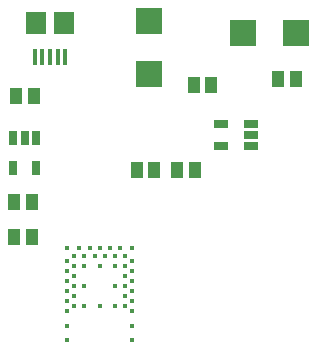
<source format=gtp>
G04*
G04 #@! TF.GenerationSoftware,Altium Limited,Altium Designer,18.0.11 (651)*
G04*
G04 Layer_Color=8421504*
%FSLAX25Y25*%
%MOIN*%
G70*
G01*
G75*
%ADD17R,0.01575X0.01575*%
%ADD18R,0.04331X0.05512*%
%ADD19R,0.02559X0.04528*%
%ADD20R,0.04528X0.02559*%
%ADD21R,0.09055X0.09055*%
%ADD22R,0.09055X0.09055*%
%ADD23R,0.01575X0.05315*%
%ADD24R,0.07087X0.07480*%
D17*
X306300Y244807D02*
D03*
X301280D02*
D03*
X314666Y261539D02*
D03*
Y258193D02*
D03*
Y254846D02*
D03*
Y251500D02*
D03*
Y248154D02*
D03*
Y244807D02*
D03*
X317225Y264098D02*
D03*
Y259866D02*
D03*
Y256520D02*
D03*
Y253173D02*
D03*
Y249827D02*
D03*
Y246480D02*
D03*
Y243134D02*
D03*
Y238311D02*
D03*
Y233488D02*
D03*
X312993Y264098D02*
D03*
X311320Y261539D02*
D03*
X307973D02*
D03*
X304627D02*
D03*
X301280D02*
D03*
X297934D02*
D03*
X295375Y259866D02*
D03*
Y256520D02*
D03*
X297934Y254846D02*
D03*
X309646Y264098D02*
D03*
X306300D02*
D03*
X302954D02*
D03*
X299607D02*
D03*
X295375D02*
D03*
X297934Y258193D02*
D03*
X295375Y253173D02*
D03*
Y249827D02*
D03*
Y246480D02*
D03*
Y243134D02*
D03*
Y233488D02*
D03*
X311320Y251500D02*
D03*
X306300Y258193D02*
D03*
X301280Y251500D02*
D03*
X297934D02*
D03*
Y248154D02*
D03*
Y244807D02*
D03*
X295375Y238311D02*
D03*
X311320Y244807D02*
D03*
Y258193D02*
D03*
X301280D02*
D03*
D18*
X283706Y268000D02*
D03*
X277800D02*
D03*
X283800Y279500D02*
D03*
X277894D02*
D03*
X278494Y314800D02*
D03*
X284400D02*
D03*
X318694Y290300D02*
D03*
X324600D02*
D03*
X337953Y290200D02*
D03*
X332047D02*
D03*
X371753Y320500D02*
D03*
X365847D02*
D03*
X343600Y318600D02*
D03*
X337694D02*
D03*
D19*
X285040Y290980D02*
D03*
X277560D02*
D03*
Y301020D02*
D03*
X281300D02*
D03*
X285040D02*
D03*
D20*
X346780Y298260D02*
D03*
Y305740D02*
D03*
X356820D02*
D03*
Y302000D02*
D03*
Y298260D02*
D03*
D21*
X371800Y336000D02*
D03*
X354083D02*
D03*
D22*
X322800Y322083D02*
D03*
Y339800D02*
D03*
D23*
X289772Y327786D02*
D03*
X292331D02*
D03*
X294891D02*
D03*
X287213D02*
D03*
X284654D02*
D03*
D24*
X294300Y339400D02*
D03*
X285245D02*
D03*
M02*

</source>
